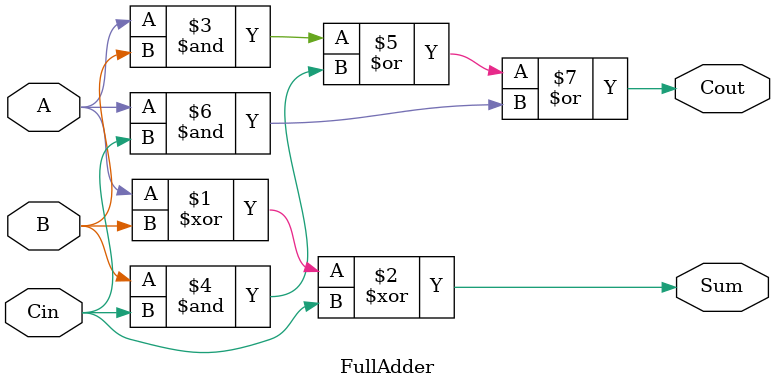
<source format=v>
module FullAdder(input A, input B, input Cin, output Sum, output Cout);
    assign Sum = A ^ B ^ Cin;
    assign Cout = (A & B) | (B & Cin) | (A & Cin);
endmodule

</source>
